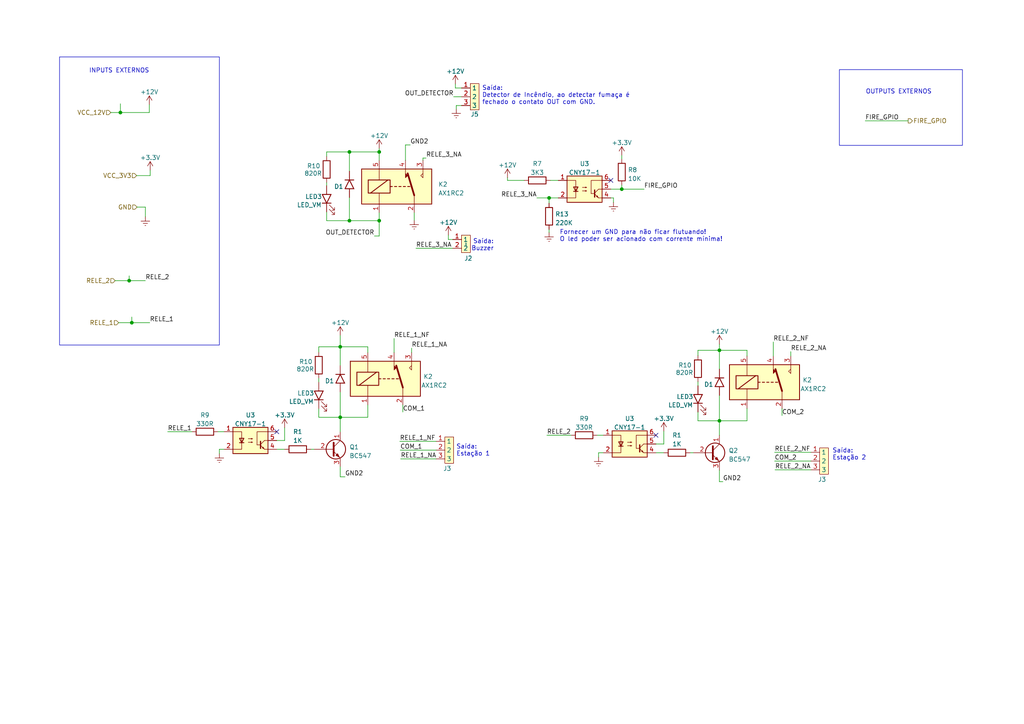
<source format=kicad_sch>
(kicad_sch (version 20230121) (generator eeschema)
  (paper "A4")
  (lib_symbols
    (symbol "Device:D" (pin_numbers hide) (pin_names (offset 1.016) hide)
      (property "Reference" "D1" (at 0.635 -2.794 90))
      (property "Value" "D" (at -1.905 -2.794 90))
      (symbol "D_0_1"
        (polyline (pts (xy -1.27 1.27) (xy -1.27 -1.27)) (stroke (width 0.254)))
        (polyline (pts (xy 1.27 1.27) (xy 1.27 -1.27) (xy -1.27 0) (xy 1.27 1.27)) (stroke (width 0.254)))
      )
      (symbol "D_1_1"
        (pin passive line (at -3.81 0 0) (length 2.54) (name "K") (number "1"))
        (pin passive line (at 3.81 0 180) (length 2.54) (name "A") (number "2"))
      )
    )
    (symbol "Device:LED" (pin_numbers hide) (pin_names (offset 1.016) hide)
      (property "Reference" "D3" (at -0.9525 -3.175 90))
      (property "Value" "LED" (at -3.4925 -3.175 90))
      (symbol "LED_0_1"
        (polyline (pts (xy -1.27 -1.27) (xy -1.27 1.27)) (stroke (width 0.254)))
        (polyline (pts (xy 1.27 -1.27) (xy 1.27 1.27) (xy -1.27 0) (xy 1.27 -1.27)) (stroke (width 0.254)))
        (polyline (pts (xy -3.048 -0.762) (xy -4.572 -2.286) (xy -3.81 -2.286) (xy -4.572 -2.286) (xy -4.572 -1.524)))
        (polyline (pts (xy -1.778 -0.762) (xy -3.302 -2.286) (xy -2.54 -2.286) (xy -3.302 -2.286) (xy -3.302 -1.524)))
      )
      (symbol "LED_1_1"
        (pin passive line (at -3.81 0 0) (length 2.54) (name "K") (number "1"))
        (pin passive line (at 3.81 0 180) (length 2.54) (name "A") (number "2"))
      )
    )
    (symbol "Device:R" (pin_numbers hide) (pin_names (offset 0))
      (property "Reference" "R" (at 2.032 0 90))
      (property "Value" "R" (at 0 0 90))
      (symbol "R_0_1"
        (rectangle (start -1.016 -2.54) (end 1.016 2.54) (stroke (width 0.254)))
      )
      (symbol "R_1_1"
        (pin passive line (at 0 3.81 270) (length 1.27) (name "~") (number "1"))
        (pin passive line (at 0 -3.81 90) (length 1.27) (name "~") (number "2"))
      )
    )
    (symbol "Isolator:CNY17-1" (pin_names (offset 1.016))
      (property "Reference" "U" (at -5.08 5.08 0))
      (property "Value" "CNY17-1" (at 0 5.08 0))
      (symbol "CNY17-1_0_1"
        (rectangle (start -5.08 3.81) (end 5.08 -3.81) (stroke (width 0.254)) (fill (type background)))
        (polyline (pts (xy -3.175 -0.635) (xy -1.905 -0.635)) (stroke (width 0.254)))
        (polyline (pts (xy 2.921 -1.397) (xy 4.064 -2.54)))
        (polyline (pts (xy 2.921 -1.27) (xy 1.905 -1.27)))
        (polyline (pts (xy 2.921 -1.143) (xy 4.064 0)))
        (polyline (pts (xy 4.064 -2.54) (xy 5.08 -2.54)))
        (polyline (pts (xy 5.08 0) (xy 4.064 0)))
        (polyline (pts (xy -5.08 2.54) (xy -2.54 2.54) (xy -2.54 -0.762)))
        (polyline (pts (xy -2.54 -0.635) (xy -2.54 -2.54) (xy -5.08 -2.54)))
        (polyline (pts (xy 1.905 -1.27) (xy 1.905 2.54) (xy 5.08 2.54)))
        (polyline (pts (xy 2.921 -0.254) (xy 2.921 -2.286) (xy 2.921 -2.286)) (stroke (width 0.3556)))
        (polyline (pts (xy -2.54 -0.635) (xy -3.175 0.635) (xy -1.905 0.635) (xy -2.54 -0.635)) (stroke (width 0.254)))
        (polyline (pts (xy 3.937 -2.413) (xy 3.683 -1.905) (xy 3.429 -2.159) (xy 3.937 -2.413)))
        (polyline (pts (xy -0.635 -0.508) (xy 0.635 -0.508) (xy 0.254 -0.635) (xy 0.254 -0.381) (xy 0.635 -0.508)))
        (polyline (pts (xy -0.635 0.508) (xy 0.635 0.508) (xy 0.254 0.381) (xy 0.254 0.635) (xy 0.635 0.508)))
      )
      (symbol "CNY17-1_1_1"
        (pin passive line (at -7.62 2.54 0) (length 2.54) (name "~") (number "1"))
        (pin passive line (at -7.62 -2.54 0) (length 2.54) (name "~") (number "2"))
        (pin no_connect line (at -5.08 0 0) (length 2.54) hide (name "NC") (number "3"))
        (pin passive line (at 7.62 -2.54 180) (length 2.54) (name "~") (number "4"))
        (pin passive line (at 7.62 0 180) (length 2.54) (name "~") (number "5"))
        (pin passive line (at 7.62 2.54 180) (length 2.54) (name "~") (number "6"))
      )
    )
    (symbol "KRE_2_vias_1"
      (property "Reference" "J" (at 0 -2.54 0))
      (symbol "KRE_2_vias_1_1_1"
        (rectangle (start -2.54 1.27) (end 2.54 -1.27) (fill (type background)))
        (pin input line (at -1.27 3.81 270) (length 2.54) (name "1") (number "1"))
        (pin input line (at 1.27 3.81 270) (length 2.54) (name "2") (number "2"))
      )
    )
    (symbol "My_Library_Conectors:KRE_3_vias"
      (property "Reference" "J" (at -5.08 0 0))
      (property "Value" "KRE_3_vias" (at 1.27 -2.54 0))
      (symbol "KRE_3_vias_1_1"
        (rectangle (start -2.54 1.27) (end 5.08 -1.27) (fill (type background)))
        (pin input line (at -1.27 3.81 270) (length 2.54) (name "1") (number "1"))
        (pin input line (at 1.27 3.81 270) (length 2.54) (name "2") (number "2"))
        (pin input line (at 3.81 3.81 270) (length 2.54) (name "3") (number "3"))
      )
    )
    (symbol "Relay:G5Q-1"
      (property "Reference" "K" (at 11.43 3.81 0))
      (property "Value" "G5Q-1" (at 11.43 1.27 0))
      (symbol "G5Q-1_0_0"
        (polyline (pts (xy 7.62 5.08) (xy 7.62 2.54) (xy 6.985 3.175) (xy 7.62 3.81)))
      )
      (symbol "G5Q-1_0_1"
        (rectangle (start -10.16 5.08) (end 10.16 -5.08) (stroke (width 0.254)) (fill (type background)))
        (rectangle (start -8.255 1.905) (end -1.905 -1.905) (stroke (width 0.254)))
        (polyline (pts (xy -7.62 -1.905) (xy -2.54 1.905)) (stroke (width 0.254)))
        (polyline (pts (xy -5.08 -5.08) (xy -5.08 -1.905)))
        (polyline (pts (xy -5.08 5.08) (xy -5.08 1.905)))
        (polyline (pts (xy -1.905 0) (xy -1.27 0)) (stroke (width 0.254)))
        (polyline (pts (xy -0.635 0) (xy 0 0)) (stroke (width 0.254)))
        (polyline (pts (xy 0.635 0) (xy 1.27 0)) (stroke (width 0.254)))
        (polyline (pts (xy 1.905 0) (xy 2.54 0)) (stroke (width 0.254)))
        (polyline (pts (xy 3.175 0) (xy 3.81 0)) (stroke (width 0.254)))
        (polyline (pts (xy 5.08 -2.54) (xy 3.175 3.81)) (stroke (width 0.508)))
        (polyline (pts (xy 5.08 -2.54) (xy 5.08 -5.08)))
        (polyline (pts (xy 2.54 5.08) (xy 2.54 2.54) (xy 3.175 3.175) (xy 2.54 3.81)) (fill (type outline)))
      )
      (symbol "G5Q-1_1_1"
        (pin passive line (at -5.08 -7.62 90) (length 2.54) (name "~") (number "1"))
        (pin passive line (at 5.08 -7.62 90) (length 2.54) (name "~") (number "2"))
        (pin passive line (at 7.62 7.62 270) (length 2.54) (name "~") (number "3"))
        (pin passive line (at 2.54 7.62 270) (length 2.54) (name "~") (number "4"))
        (pin passive line (at -5.08 7.62 270) (length 2.54) (name "~") (number "5"))
      )
    )
    (symbol "Transistor_BJT:BC547" (pin_names (offset 0) hide)
      (property "Reference" "Q" (at 5.08 1.905 0))
      (property "Value" "BC547" (at 5.08 0 0))
      (symbol "BC547_0_1"
        (polyline (pts (xy 0 0) (xy 0.635 0)))
        (polyline (pts (xy 0.635 0.635) (xy 2.54 2.54)))
        (polyline (pts (xy 0.635 -0.635) (xy 2.54 -2.54) (xy 2.54 -2.54)))
        (polyline (pts (xy 0.635 1.905) (xy 0.635 -1.905) (xy 0.635 -1.905)) (stroke (width 0.508)))
        (polyline (pts (xy 1.27 -1.778) (xy 1.778 -1.27) (xy 2.286 -2.286) (xy 1.27 -1.778) (xy 1.27 -1.778)) (fill (type outline)))
        (circle (center 1.27 0) (radius 2.8194) (stroke (width 0.254)))
      )
      (symbol "BC547_1_1"
        (pin passive line (at 2.54 5.08 270) (length 2.54) (name "C") (number "1"))
        (pin input line (at -5.08 0 0) (length 5.08) (name "B") (number "2"))
        (pin passive line (at 2.54 -5.08 90) (length 2.54) (name "E") (number "3"))
      )
    )
    (symbol "power:+12V" (power) (pin_names (offset 0))
      (property "Value" "+12V" (at 0 3.556 0))
      (symbol "+12V_0_1"
        (polyline (pts (xy -0.762 1.27) (xy 0 2.54)))
        (polyline (pts (xy 0 0) (xy 0 2.54)))
        (polyline (pts (xy 0 2.54) (xy 0.762 1.27)))
      )
      (symbol "+12V_1_1"
        (pin power_in line (at 0 0 90) (length 0) hide (name "+12V") (number "1"))
      )
    )
    (symbol "power:+3.3V" (power) (pin_names (offset 0))
      (property "Value" "+3.3V" (at 0 3.556 0))
      (symbol "+3.3V_0_1"
        (polyline (pts (xy -0.762 1.27) (xy 0 2.54)))
        (polyline (pts (xy 0 0) (xy 0 2.54)))
        (polyline (pts (xy 0 2.54) (xy 0.762 1.27)))
      )
      (symbol "+3.3V_1_1"
        (pin power_in line (at 0 0 90) (length 0) hide (name "+3.3V") (number "1"))
      )
    )
    (symbol "power:Earth" (power) (pin_names (offset 0))
      (symbol "Earth_0_1"
        (polyline (pts (xy -0.635 -1.905) (xy 0.635 -1.905)))
        (polyline (pts (xy -0.127 -2.54) (xy 0.127 -2.54)))
        (polyline (pts (xy 0 -1.27) (xy 0 0)))
        (polyline (pts (xy 1.27 -1.27) (xy -1.27 -1.27)))
      )
      (symbol "Earth_1_1"
        (pin power_in line (at 0 0 270) (length 0) hide (name "Earth") (number "1"))
      )
    )
  )
  (junction (at 208.661 122.047))
  (junction (at 159.258 57.404))
  (junction (at 180.34 54.864))
  (junction (at 98.679 100.584))
  (junction (at 109.982 64.008))
  (junction (at 34.925 32.639))
  (junction (at 109.982 44.069))
  (junction (at 37.465 81.407))
  (junction (at 101.346 64.008))
  (junction (at 101.346 44.069))
  (junction (at 208.661 101.6))
  (junction (at 98.679 121.031))
  (junction (at 38.227 93.599))
  (no_connect (at 190.246 126.238))
  (no_connect (at 177.165 52.324))
  (no_connect (at 80.264 125.222))
  (wire (pts (xy 92.456 100.584) (xy 92.456 102.108)))
  (wire (pts (xy 82.55 127.762) (xy 80.264 127.762)))
  (wire (pts (xy 116.205 133.096) (xy 126.492 133.096)))
  (wire (pts (xy 202.438 119.507) (xy 202.438 122.047)))
  (wire (pts (xy 208.661 99.822) (xy 208.661 101.6)))
  (wire (pts (xy 37.465 81.407) (xy 33.401 81.407)))
  (wire (pts (xy 109.982 61.722) (xy 109.982 64.008)))
  (wire (pts (xy 130.048 68.199) (xy 130.048 69.469)))
  (wire (pts (xy 158.623 126.238) (xy 165.608 126.238)))
  (wire (pts (xy 132.08 24.384) (xy 132.08 25.527)))
  (wire (pts (xy 98.679 113.665) (xy 98.679 121.031)))
  (wire (pts (xy 177.165 57.404) (xy 177.927 57.404)))
  (wire (pts (xy 34.925 30.099) (xy 34.925 32.639)))
  (wire (pts (xy 209.677 139.7) (xy 208.661 139.7)))
  (wire (pts (xy 224.282 99.187) (xy 224.282 103.251)))
  (wire (pts (xy 109.982 44.069) (xy 109.982 46.482)))
  (wire (pts (xy 202.438 122.047) (xy 208.661 122.047)))
  (wire (pts (xy 122.682 45.847) (xy 122.682 46.482)))
  (wire (pts (xy 131.572 28.067) (xy 133.858 28.067)))
  (wire (pts (xy 155.702 57.404) (xy 159.258 57.404)))
  (wire (pts (xy 132.334 30.607) (xy 133.858 30.607)))
  (wire (pts (xy 202.438 101.6) (xy 208.661 101.6)))
  (wire (pts (xy 159.258 57.404) (xy 159.258 58.928)))
  (wire (pts (xy 90.17 130.302) (xy 91.059 130.302)))
  (wire (pts (xy 92.456 109.728) (xy 92.456 110.871)))
  (wire (pts (xy 192.532 128.778) (xy 190.246 128.778)))
  (wire (pts (xy 208.661 101.6) (xy 216.662 101.6)))
  (wire (pts (xy 98.679 121.031) (xy 98.679 125.222)))
  (wire (pts (xy 117.602 42.037) (xy 117.602 46.482)))
  (wire (pts (xy 94.742 44.069) (xy 101.346 44.069)))
  (wire (pts (xy 43.307 30.353) (xy 43.307 32.639)))
  (wire (pts (xy 147.193 51.562) (xy 147.193 52.324)))
  (wire (pts (xy 208.661 114.681) (xy 208.661 122.047)))
  (wire (pts (xy 202.438 110.744) (xy 202.438 111.887)))
  (wire (pts (xy 94.742 52.959) (xy 94.742 53.848)))
  (wire (pts (xy 208.661 101.6) (xy 208.661 107.061)))
  (wire (pts (xy 98.679 121.031) (xy 106.68 121.031)))
  (wire (pts (xy 216.662 103.251) (xy 216.662 101.6)))
  (wire (pts (xy 216.662 122.047) (xy 216.662 118.491)))
  (wire (pts (xy 132.334 31.623) (xy 132.334 30.607)))
  (wire (pts (xy 192.532 125.095) (xy 192.532 128.778)))
  (wire (pts (xy 34.925 32.639) (xy 43.307 32.639)))
  (wire (pts (xy 119.38 100.965) (xy 119.38 102.235)))
  (wire (pts (xy 63.627 130.302) (xy 65.024 130.302)))
  (wire (pts (xy 208.661 122.047) (xy 216.662 122.047)))
  (wire (pts (xy 250.952 35.052) (xy 263.398 35.052)))
  (wire (pts (xy 98.679 97.282) (xy 98.679 100.584)))
  (wire (pts (xy 224.79 136.271) (xy 235.204 136.271)))
  (wire (pts (xy 80.264 130.302) (xy 82.55 130.302)))
  (wire (pts (xy 180.34 54.864) (xy 177.165 54.864)))
  (wire (pts (xy 92.456 118.491) (xy 92.456 121.031)))
  (wire (pts (xy 101.346 49.657) (xy 101.346 44.069)))
  (wire (pts (xy 173.609 132.588) (xy 173.609 131.318)))
  (wire (pts (xy 101.346 44.069) (xy 109.982 44.069)))
  (wire (pts (xy 38.227 93.599) (xy 34.417 93.599)))
  (wire (pts (xy 63.246 125.222) (xy 65.024 125.222)))
  (wire (pts (xy 208.661 122.047) (xy 208.661 126.238)))
  (wire (pts (xy 109.982 43.053) (xy 109.982 44.069)))
  (wire (pts (xy 39.751 60.071) (xy 42.164 60.071)))
  (wire (pts (xy 92.456 100.584) (xy 98.679 100.584)))
  (wire (pts (xy 38.227 91.948) (xy 38.227 93.599)))
  (wire (pts (xy 202.438 101.6) (xy 202.438 103.124)))
  (wire (pts (xy 109.982 64.008) (xy 109.982 68.453)))
  (wire (pts (xy 177.927 57.404) (xy 177.927 58.674)))
  (wire (pts (xy 106.68 121.031) (xy 106.68 117.475)))
  (wire (pts (xy 147.193 52.324) (xy 152.019 52.324)))
  (wire (pts (xy 120.142 61.722) (xy 120.142 63.881)))
  (wire (pts (xy 42.164 60.071) (xy 42.164 62.865)))
  (wire (pts (xy 43.434 93.599) (xy 38.227 93.599)))
  (wire (pts (xy 98.679 100.584) (xy 98.679 106.045)))
  (wire (pts (xy 116.078 130.556) (xy 126.492 130.556)))
  (wire (pts (xy 118.999 42.037) (xy 117.602 42.037)))
  (wire (pts (xy 63.627 131.572) (xy 63.627 130.302)))
  (wire (pts (xy 224.663 131.191) (xy 235.204 131.191)))
  (wire (pts (xy 180.34 53.721) (xy 180.34 54.864)))
  (wire (pts (xy 39.624 50.927) (xy 43.561 50.927)))
  (wire (pts (xy 108.585 68.453) (xy 109.982 68.453)))
  (wire (pts (xy 173.228 126.238) (xy 175.006 126.238)))
  (wire (pts (xy 132.08 25.527) (xy 133.858 25.527)))
  (wire (pts (xy 32.131 32.639) (xy 34.925 32.639)))
  (wire (pts (xy 94.742 64.008) (xy 101.346 64.008)))
  (wire (pts (xy 159.258 66.548) (xy 159.258 67.437)))
  (wire (pts (xy 224.663 133.731) (xy 235.204 133.731)))
  (wire (pts (xy 200.152 131.318) (xy 201.041 131.318)))
  (wire (pts (xy 120.65 72.009) (xy 131.318 72.009)))
  (wire (pts (xy 92.456 121.031) (xy 98.679 121.031)))
  (wire (pts (xy 101.346 57.277) (xy 101.346 64.008)))
  (wire (pts (xy 101.346 64.008) (xy 109.982 64.008)))
  (wire (pts (xy 114.3 98.171) (xy 114.3 102.235)))
  (wire (pts (xy 130.048 69.469) (xy 131.318 69.469)))
  (wire (pts (xy 37.465 80.01) (xy 37.465 81.407)))
  (wire (pts (xy 180.34 45.085) (xy 180.34 46.101)))
  (wire (pts (xy 100.076 138.303) (xy 98.679 138.303)))
  (wire (pts (xy 208.661 136.398) (xy 208.661 139.7)))
  (wire (pts (xy 43.561 50.927) (xy 43.561 49.403)))
  (wire (pts (xy 116.84 117.475) (xy 116.84 119.507)))
  (wire (pts (xy 42.164 81.407) (xy 37.465 81.407)))
  (wire (pts (xy 159.639 52.324) (xy 161.925 52.324)))
  (wire (pts (xy 94.742 45.339) (xy 94.742 44.069)))
  (wire (pts (xy 98.679 135.382) (xy 98.679 138.303)))
  (wire (pts (xy 161.925 57.404) (xy 159.258 57.404)))
  (wire (pts (xy 115.951 128.016) (xy 126.492 128.016)))
  (wire (pts (xy 98.679 100.584) (xy 106.68 100.584)))
  (wire (pts (xy 226.822 118.491) (xy 226.822 120.523)))
  (wire (pts (xy 82.55 124.079) (xy 82.55 127.762)))
  (wire (pts (xy 229.362 101.981) (xy 229.362 103.251)))
  (wire (pts (xy 48.641 125.222) (xy 55.626 125.222)))
  (wire (pts (xy 94.742 61.468) (xy 94.742 64.008)))
  (wire (pts (xy 190.246 131.318) (xy 192.532 131.318)))
  (wire (pts (xy 123.571 45.847) (xy 122.682 45.847)))
  (wire (pts (xy 173.609 131.318) (xy 175.006 131.318)))
  (wire (pts (xy 106.68 102.235) (xy 106.68 100.584)))
  (wire (pts (xy 180.34 54.864) (xy 186.817 54.864)))
  (rectangle (start 243.459 20.193) (end 279.146 42.164))
  (rectangle (start 36.703 21.082) (end 36.703 21.082))
  (rectangle (start 17.272 16.51) (end 63.627 100.076))
  (text "INPUTS EXTERNOS\n" (at 43.307 21.336 0) (effects (font (size 1.27 1.27)) (justify right bottom)))
  (text "OUTPUTS EXTERNOS\n" (at 270.256 27.432 0) (effects (font (size 1.27 1.27)) (justify right bottom)))
  (text "Saída: \nDetector de Incêndio, ao detectar fumaça é\nfechado o contato OUT com GND." (at 139.827 30.48 0) (effects (font (size 1.27 1.27)) (justify left bottom)))
  (text "Saída:\nEstação 2" (at 241.427 133.604 0) (effects (font (size 1.27 1.27)) (justify left bottom)))
  (text "Saída:\nBuzzer\n" (at 143.256 72.898 0) (effects (font (size 1.27 1.27)) (justify right bottom)))
  (text "Saída:\nEstação 1" (at 132.334 132.461 0) (effects (font (size 1.27 1.27)) (justify left bottom)))
  (text "Fornecer um GND para não ficar flutuando!\nO led poder ser acionado com corrente mínima!" (at 162.306 70.231 0) (effects (font (size 1.27 1.27)) (justify left bottom)))
  (label "RELE_2" (at 158.623 126.238 0))
  (label "RELE_3_NA" (at 120.65 72.009 0))
  (label "COM_2" (at 226.822 120.523 0))
  (label "RELE_3_NA" (at 155.702 57.404 180))
  (label "GND2" (at 100.076 138.303 0))
  (label "RELE_3_NA" (at 123.571 45.847 0))
  (label "RELE_2_NF" (at 224.663 131.191 0))
  (label "OUT_DETECTOR" (at 131.572 28.067 180))
  (label "FIRE_GPIO" (at 186.817 54.864 0))
  (label "RELE_2_NF" (at 224.282 99.187 0))
  (label "COM_1" (at 116.078 130.556 0))
  (label "GND2" (at 209.677 139.7 0))
  (label "RELE_1_NF" (at 115.951 128.016 0))
  (label "RELE_1_NA" (at 116.205 133.096 0))
  (label "RELE_2" (at 42.164 81.407 0))
  (label "RELE_1_NA" (at 119.38 100.965 0))
  (label "RELE_2_NA" (at 229.362 101.981 0))
  (label "RELE_1_NF" (at 114.3 98.171 0))
  (label "COM_1" (at 116.84 119.507 0))
  (label "GND2" (at 118.999 42.037 0))
  (label "RELE_1" (at 43.434 93.599 0))
  (label "FIRE_GPIO" (at 250.952 35.052 0))
  (label "COM_2" (at 224.663 133.731 0))
  (label "OUT_DETECTOR" (at 108.585 68.453 180))
  (label "RELE_1" (at 48.641 125.222 0))
  (label "RELE_2_NA" (at 224.79 136.271 0))
  (hierarchical_label "RELE_1" (shape input) (at 34.417 93.599 180))
  (hierarchical_label "GND" (shape input) (at 39.751 60.071 180))
  (hierarchical_label "RELE_2" (shape input) (at 33.401 81.407 180))
  (hierarchical_label "FIRE_GPIO" (shape output) (at 263.398 35.052 0))
  (hierarchical_label "VCC_3V3" (shape input) (at 39.624 50.927 180))
  (hierarchical_label "VCC_12V" (shape input) (at 32.131 32.639 180))
  (symbol (lib_id "Device:D") (at 208.661 110.871 270) (unit 1)
    (property "Reference" "D1" (at 204.216 111.506 90) (effects (justify left)))
    (property "Value" "1N4007" (effects hide))
    (property "Footprint" "Diode_THT:D_DO-41_SOD81_P10.16mm_Horizontal" (effects hide))
    (property "Sim.Device" "D" (effects hide))
    (property "Sim.Pins" "1=K 2=A" (effects hide))
    (instances (project "COM_AGUA_v1" (path "" (reference "D1") (unit 1))) (project "PCB_Incendio" (path "" (reference "D1") (unit 1))) (project "Belliz_IOT" (path "" (reference "D6") (unit 1))))
  )
  (symbol (lib_id "power:Earth") (at 42.164 62.865 0) (unit 1)
    (property "Reference" "#PWR01" (effects hide))
    (property "Value" "Earth" (effects hide))
    (instances (project "Belliz_IOT" (path "" (reference "#PWR01") (unit 1)) (path "" (reference "#PWR029") (unit 1))))
  )
  (symbol (lib_id "power:+12V") (at 147.193 51.562 0) (unit 1)
    (property "Reference" "#PWR035" (effects hide))
    (property "Value" "+12V" (at 147.193 47.879 0))
  )
  (symbol (lib_name "KRE_2_vias_1") (lib_id "My_Library_Conectors:KRE_2_vias") (at 135.128 70.739 90) (mirror x) (unit 1)
    (property "Reference" "J2" (at 137.033 74.93 90) (effects (justify left)))
    (property "Value" "~" (at 135.128 70.739 0))
    (property "Footprint" "My_library_footprint:KRE_2Vias" (effects hide))
    (instances (project "PCB_Incendio" (path "" (reference "J2") (unit 1))) (project "Belliz_IOT" (path "" (reference "J8") (unit 1))))
  )
  (symbol (lib_id "Device:D") (at 101.346 53.467 270) (unit 1)
    (property "Reference" "D1" (at 96.901 54.102 90) (effects (justify left)))
    (property "Value" "1N4007" (effects hide))
    (property "Footprint" "Diode_THT:D_DO-41_SOD81_P10.16mm_Horizontal" (effects hide))
    (property "Sim.Device" "D" (effects hide))
    (property "Sim.Pins" "1=K 2=A" (effects hide))
    (instances (project "COM_AGUA_v1" (path "" (reference "D1") (unit 1))) (project "PCB_Incendio" (path "" (reference "D1") (unit 1))) (project "Belliz_IOT" (path "" (reference "D7") (unit 1))))
  )
  (symbol (lib_id "Device:R") (at 180.34 49.911 180) (unit 1)
    (property "Reference" "R8" (at 182.118 49.276 0) (effects (justify right)))
    (property "Value" "10K" (at 182.118 51.816 0) (effects (justify right)))
    (property "Footprint" "Resistor_THT:R_Axial_DIN0204_L3.6mm_D1.6mm_P7.62mm_Horizontal" (effects hide))
    (instances (project "PCB_Incendio" (path "" (reference "R8") (unit 1))) (project "Belliz_IOT" (path "" (reference "R18") (unit 1))))
  )
  (symbol (lib_id "Device:R") (at 169.418 126.238 90) (unit 1)
    (property "Reference" "R9" (at 169.418 121.412 90))
    (property "Value" "330R" (at 169.418 123.952 90))
    (property "Footprint" "Resistor_THT:R_Axial_DIN0204_L3.6mm_D1.6mm_P7.62mm_Horizontal" (effects hide))
    (instances (project "PCB_Incendio" (path "" (reference "R9") (unit 1))) (project "Belliz_IOT" (path "" (reference "R24") (unit 1))))
  )
  (symbol (lib_id "power:Earth") (at 177.927 58.674 0) (unit 1)
    (property "Reference" "#PWR09" (effects hide))
    (property "Value" "Earth" (effects hide))
    (instances (project "PCB_Incendio" (path "" (reference "#PWR09") (unit 1))) (project "Belliz_IOT" (path "" (reference "#PWR040") (unit 1))))
  )
  (symbol (lib_id "power:+12V") (at 132.08 24.384 0) (unit 1)
    (property "Reference" "#PWR011" (effects hide))
    (property "Value" "+12V" (at 132.08 20.701 0))
  )
  (symbol (lib_id "Device:R") (at 92.456 105.918 0) (unit 1)
    (property "Reference" "R10" (at 86.741 104.902 0) (effects (justify left)))
    (property "Value" "820R" (at 85.979 107.061 0) (effects (justify left)))
    (property "Footprint" "Resistor_THT:R_Axial_DIN0204_L3.6mm_D1.6mm_P7.62mm_Horizontal" (effects hide))
    (instances (project "COM_AGUA_v1" (path "" (reference "R10") (unit 1))) (project "PCB_Incendio" (path "" (reference "R2") (unit 1))) (project "Belliz_IOT" (path "" (reference "R23") (unit 1))))
  )
  (symbol (lib_id "power:+12V") (at 208.661 99.822 0) (unit 1)
    (property "Reference" "#PWR039" (effects hide))
    (property "Value" "+12V" (at 208.661 96.139 0))
  )
  (symbol (lib_id "Device:R") (at 59.436 125.222 90) (unit 1)
    (property "Reference" "R9" (at 59.436 120.396 90))
    (property "Value" "330R" (at 59.436 122.936 90))
    (property "Footprint" "Resistor_THT:R_Axial_DIN0204_L3.6mm_D1.6mm_P7.62mm_Horizontal" (effects hide))
    (instances (project "PCB_Incendio" (path "" (reference "R9") (unit 1))) (project "Belliz_IOT" (path "" (reference "R21") (unit 1))))
  )
  (symbol (lib_id "power:+12V") (at 98.679 97.282 0) (unit 1)
    (property "Reference" "#PWR036" (effects hide))
    (property "Value" "+12V" (at 98.679 93.599 0))
  )
  (symbol (lib_id "Device:R") (at 202.438 106.934 0) (unit 1)
    (property "Reference" "R10" (at 196.723 105.918 0) (effects (justify left)))
    (property "Value" "820R" (at 195.961 108.077 0) (effects (justify left)))
    (property "Footprint" "Resistor_THT:R_Axial_DIN0204_L3.6mm_D1.6mm_P7.62mm_Horizontal" (effects hide))
    (instances (project "COM_AGUA_v1" (path "" (reference "R10") (unit 1))) (project "PCB_Incendio" (path "" (reference "R2") (unit 1))) (project "Belliz_IOT" (path "" (reference "R26") (unit 1))))
  )
  (symbol (lib_id "Relay:G5Q-1") (at 111.76 109.855 0) (unit 1)
    (property "Reference" "K2" (at 122.809 109.22 0) (effects (justify left)))
    (property "Value" "AX1RC2" (at 122.174 111.76 0) (effects (justify left)))
    (property "Footprint" "My_library_footprint:AX1RC" (effects hide))
    (property "Datasheet" "https://www.omron.com/ecb/products/pdf/en-g5q.pdf" (effects hide))
    (instances (project "COM_AGUA_v1" (path "" (reference "K2") (unit 1))) (project "PCB_Incendio" (path "" (reference "K2") (unit 1))) (project "Belliz_IOT" (path "" (reference "K4") (unit 1))))
  )
  (symbol (lib_id "power:+3.3V") (at 43.561 49.403 0) (unit 1)
    (property "Reference" "#PWR016" (effects hide))
    (property "Value" "+3.3V" (at 43.561 45.72 0))
    (instances (project "Belliz_IOT" (path "" (reference "#PWR016") (unit 1)) (path "" (reference "#PWR031") (unit 1))))
  )
  (symbol (lib_id "Isolator:CNY17-1") (at 72.644 127.762 0) (unit 1)
    (property "Reference" "U3" (at 72.644 120.396 0))
    (property "Value" "CNY17-1" (at 72.644 122.936 0))
    (property "Footprint" "Package_DIP:DIP-6_W7.62mm_Socket" (effects hide))
    (property "Datasheet" "http://www.vishay.com/docs/83606/cny17.pdf" (effects hide))
    (instances (project "PCB_Incendio" (path "" (reference "U3") (unit 1))) (project "Belliz_IOT" (path "" (reference "U6") (unit 1))))
  )
  (symbol (lib_id "power:+12V") (at 43.307 30.353 0) (unit 1)
    (property "Reference" "#PWR033" (effects hide))
    (property "Value" "+12V" (at 43.307 26.67 0))
  )
  (symbol (lib_id "power:+3.3V") (at 192.532 125.095 0) (unit 1)
    (property "Reference" "#PWR016" (effects hide))
    (property "Value" "+3.3V" (at 192.532 121.412 0))
    (instances (project "Belliz_IOT" (path "" (reference "#PWR016") (unit 1)) (path "" (reference "#PWR038") (unit 1))))
  )
  (symbol (lib_id "Device:R") (at 86.36 130.302 90) (unit 1)
    (property "Reference" "R1" (at 86.36 125.222 90))
    (property "Value" "1K" (at 86.36 127.762 90))
    (property "Footprint" "Resistor_THT:R_Axial_DIN0204_L3.6mm_D1.6mm_P7.62mm_Horizontal" (effects hide))
    (instances (project "PCB_Incendio" (path "" (reference "R1") (unit 1))) (project "Belliz_IOT" (path "" (reference "R22") (unit 1))))
  )
  (symbol (lib_id "Isolator:CNY17-1") (at 182.626 128.778 0) (unit 1)
    (property "Reference" "U3" (at 182.626 121.412 0))
    (property "Value" "CNY17-1" (at 182.626 123.952 0))
    (property "Footprint" "Package_DIP:DIP-6_W7.62mm_Socket" (effects hide))
    (property "Datasheet" "http://www.vishay.com/docs/83606/cny17.pdf" (effects hide))
    (instances (project "PCB_Incendio" (path "" (reference "U3") (unit 1))) (project "Belliz_IOT" (path "" (reference "U7") (unit 1))))
  )
  (symbol (lib_id "My_Library_Conectors:KRE_3_vias") (at 130.302 129.286 90) (mirror x) (unit 1)
    (property "Reference" "J3" (at 128.524 135.89 90) (effects (justify right)))
    (property "Value" "KRE_3_vias" (effects hide))
    (property "Footprint" "My_library_footprint:KRE_3Vias" (effects hide))
    (instances (project "PCB_Incendio" (path "" (reference "J3") (unit 1))) (project "Belliz_IOT" (path "" (reference "J9") (unit 1))))
  )
  (symbol (lib_id "Transistor_BJT:BC547") (at 206.121 131.318 0) (unit 1)
    (property "Reference" "Q2" (at 211.328 130.683 0) (effects (justify left)))
    (property "Value" "BC547" (at 211.328 133.223 0) (effects (justify left)))
    (property "Footprint" "Connector_PinHeader_2.54mm:PinHeader_1x03_P2.54mm_Vertical" (effects hide))
    (property "Datasheet" "https://www.onsemi.com/pub/Collateral/BC550-D.pdf" (effects hide))
  )
  (symbol (lib_id "Isolator:CNY17-1") (at 169.545 54.864 0) (unit 1)
    (property "Reference" "U3" (at 169.545 47.498 0))
    (property "Value" "CNY17-1" (at 169.545 50.038 0))
    (property "Footprint" "Package_DIP:DIP-6_W7.62mm_Socket" (effects hide))
    (property "Datasheet" "http://www.vishay.com/docs/83606/cny17.pdf" (effects hide))
    (instances (project "PCB_Incendio" (path "" (reference "U3") (unit 1))) (project "Belliz_IOT" (path "" (reference "U4") (unit 1))))
  )
  (symbol (lib_id "power:+12V") (at 109.982 43.053 0) (unit 1)
    (property "Reference" "#PWR022" (effects hide))
    (property "Value" "+12V" (at 109.982 39.37 0))
  )
  (symbol (lib_id "My_Library_Conectors:KRE_3_vias") (at 137.668 26.797 90) (mirror x) (unit 1)
    (property "Reference" "J5" (at 137.668 33.147 90))
    (property "Value" "KRE_3_vias" (effects hide))
    (property "Footprint" "My_library_footprint:KRE_3Vias" (effects hide))
    (instances (project "PCB_Incendio" (path "" (reference "J5") (unit 1))) (project "Belliz_IOT" (path "" (reference "J7") (unit 1))))
  )
  (symbol (lib_id "Device:R") (at 155.829 52.324 90) (unit 1)
    (property "Reference" "R7" (at 155.829 47.498 90))
    (property "Value" "3K3" (at 155.829 50.038 90))
    (property "Footprint" "Resistor_THT:R_Axial_DIN0204_L3.6mm_D1.6mm_P7.62mm_Horizontal" (effects hide))
    (instances (project "PCB_Incendio" (path "" (reference "R7") (unit 1))) (project "Belliz_IOT" (path "" (reference "R16") (unit 1))))
  )
  (symbol (lib_id "power:Earth") (at 63.627 131.572 0) (unit 1)
    (property "Reference" "#PWR01" (effects hide))
    (property "Value" "Earth" (effects hide))
    (instances (project "Belliz_IOT" (path "" (reference "#PWR01") (unit 1)) (path "" (reference "#PWR032") (unit 1))))
  )
  (symbol (lib_id "Device:LED") (at 92.456 114.681 90) (unit 1)
    (property "Reference" "LED3" (at 86.233 114.046 90) (effects (justify right)))
    (property "Value" "LED_VM" (at 83.82 116.459 90) (effects (justify right)))
    (property "Footprint" "LED_THT:LED_D3.0mm" (effects hide))
    (instances (project "COM_AGUA_v1" (path "" (reference "LED3") (unit 1))) (project "PCB_Incendio" (path "" (reference "LED1") (unit 1))) (project "Belliz_IOT" (path "" (reference "LED3") (unit 1))))
  )
  (symbol (lib_id "power:+12V") (at 130.048 68.199 0) (unit 1)
    (property "Reference" "#PWR027" (effects hide))
    (property "Value" "+12V" (at 130.048 64.516 0))
  )
  (symbol (lib_id "My_Library_Conectors:KRE_3_vias") (at 239.014 132.461 90) (mirror x) (unit 1)
    (property "Reference" "J3" (at 237.236 139.065 90) (effects (justify right)))
    (property "Value" "KRE_3_vias" (effects hide))
    (property "Footprint" "My_library_footprint:KRE_3Vias" (effects hide))
    (instances (project "PCB_Incendio" (path "" (reference "J3") (unit 1))) (project "Belliz_IOT" (path "" (reference "J10") (unit 1))))
  )
  (symbol (lib_id "Device:R") (at 94.742 49.149 0) (unit 1)
    (property "Reference" "R10" (at 89.027 48.133 0) (effects (justify left)))
    (property "Value" "820R" (at 88.265 50.292 0) (effects (justify left)))
    (property "Footprint" "Resistor_THT:R_Axial_DIN0204_L3.6mm_D1.6mm_P7.62mm_Horizontal" (effects hide))
    (instances (project "COM_AGUA_v1" (path "" (reference "R10") (unit 1))) (project "PCB_Incendio" (path "" (reference "R2") (unit 1))) (project "Belliz_IOT" (path "" (reference "R1") (unit 1))))
  )
  (symbol (lib_id "Relay:G5Q-1") (at 115.062 54.102 0) (unit 1)
    (property "Reference" "K2" (at 127.127 53.467 0) (effects (justify left)))
    (property "Value" "AX1RC2" (at 127.127 56.007 0) (effects (justify left)))
    (property "Footprint" "My_library_footprint:AX1RC" (effects hide))
    (property "Datasheet" "https://www.omron.com/ecb/products/pdf/en-g5q.pdf" (effects hide))
    (instances (project "COM_AGUA_v1" (path "" (reference "K2") (unit 1))) (project "PCB_Incendio" (path "" (reference "K1") (unit 1))) (project "Belliz_IOT" (path "" (reference "K6") (unit 1))))
  )
  (symbol (lib_id "Device:D") (at 98.679 109.855 270) (unit 1)
    (property "Reference" "D1" (at 94.234 110.49 90) (effects (justify left)))
    (property "Value" "1N4007" (effects hide))
    (property "Footprint" "Diode_THT:D_DO-41_SOD81_P10.16mm_Horizontal" (effects hide))
    (property "Sim.Device" "D" (effects hide))
    (property "Sim.Pins" "1=K 2=A" (effects hide))
    (instances (project "COM_AGUA_v1" (path "" (reference "D1") (unit 1))) (project "PCB_Incendio" (path "" (reference "D1") (unit 1))) (project "Belliz_IOT" (path "" (reference "D5") (unit 1))))
  )
  (symbol (lib_id "Device:R") (at 159.258 62.738 0) (unit 1)
    (property "Reference" "R13" (at 161.036 62.103 0) (effects (justify left)))
    (property "Value" "220K" (at 161.036 64.643 0) (effects (justify left)))
    (property "Footprint" "Resistor_THT:R_Axial_DIN0204_L3.6mm_D1.6mm_P7.62mm_Horizontal" (effects hide))
    (instances (project "PCB_Incendio" (path "" (reference "R13") (unit 1))) (project "Belliz_IOT" (path "" (reference "R17") (unit 1))))
  )
  (symbol (lib_id "power:Earth") (at 132.334 31.623 0) (unit 1)
    (property "Reference" "#PWR01" (effects hide))
    (property "Value" "Earth" (effects hide))
    (instances (project "Belliz_IOT" (path "" (reference "#PWR01") (unit 1)) (path "" (reference "#PWR017") (unit 1))))
  )
  (symbol (lib_id "power:+3.3V") (at 82.55 124.079 0) (unit 1)
    (property "Reference" "#PWR016" (effects hide))
    (property "Value" "+3.3V" (at 82.55 120.396 0))
    (instances (project "Belliz_IOT" (path "" (reference "#PWR016") (unit 1)) (path "" (reference "#PWR034") (unit 1))))
  )
  (symbol (lib_id "Device:R") (at 196.342 131.318 90) (unit 1)
    (property "Reference" "R1" (at 196.342 126.238 90))
    (property "Value" "1K" (at 196.342 128.778 90))
    (property "Footprint" "Resistor_THT:R_Axial_DIN0204_L3.6mm_D1.6mm_P7.62mm_Horizontal" (effects hide))
    (instances (project "PCB_Incendio" (path "" (reference "R1") (unit 1))) (project "Belliz_IOT" (path "" (reference "R25") (unit 1))))
  )
  (symbol (lib_id "power:+3.3V") (at 180.34 45.085 0) (unit 1)
    (property "Reference" "#PWR016" (effects hide))
    (property "Value" "+3.3V" (at 180.34 41.402 0))
    (instances (project "Belliz_IOT" (path "" (reference "#PWR016") (unit 1)) (path "" (reference "#PWR041") (unit 1))))
  )
  (symbol (lib_id "Transistor_BJT:BC547") (at 96.139 130.302 0) (unit 1)
    (property "Reference" "Q1" (at 101.346 129.667 0) (effects (justify left)))
    (property "Value" "BC547" (at 101.346 132.207 0) (effects (justify left)))
    (property "Footprint" "Connector_PinHeader_2.54mm:PinHeader_1x03_P2.54mm_Vertical" (effects hide))
    (property "Datasheet" "https://www.onsemi.com/pub/Collateral/BC550-D.pdf" (effects hide))
  )
  (symbol (lib_id "power:Earth") (at 173.609 132.588 0) (unit 1)
    (property "Reference" "#PWR01" (effects hide))
    (property "Value" "Earth" (effects hide))
    (instances (project "Belliz_IOT" (path "" (reference "#PWR01") (unit 1)) (path "" (reference "#PWR037") (unit 1))))
  )
  (symbol (lib_id "Device:LED") (at 202.438 115.697 90) (unit 1)
    (property "Reference" "LED3" (at 196.215 115.062 90) (effects (justify right)))
    (property "Value" "LED_VM" (at 193.802 117.475 90) (effects (justify right)))
    (property "Footprint" "LED_THT:LED_D3.0mm" (effects hide))
    (instances (project "COM_AGUA_v1" (path "" (reference "LED3") (unit 1))) (project "PCB_Incendio" (path "" (reference "LED1") (unit 1))) (project "Belliz_IOT" (path "" (reference "LED4") (unit 1))))
  )
  (symbol (lib_id "Device:LED") (at 94.742 57.658 90) (unit 1)
    (property "Reference" "LED3" (at 88.519 57.023 90) (effects (justify right)))
    (property "Value" "LED_VM" (at 86.106 59.436 90) (effects (justify right)))
    (property "Footprint" "LED_THT:LED_D3.0mm" (effects hide))
    (instances (project "COM_AGUA_v1" (path "" (reference "LED3") (unit 1))) (project "PCB_Incendio" (path "" (reference "LED1") (unit 1))) (project "Belliz_IOT" (path "" (reference "LED5") (unit 1))))
  )
  (symbol (lib_id "power:Earth") (at 159.258 67.437 0) (unit 1)
    (property "Reference" "#PWR09" (effects hide))
    (property "Value" "Earth" (effects hide))
    (instances (project "PCB_Incendio" (path "" (reference "#PWR09") (unit 1))) (project "Belliz_IOT" (path "" (reference "#PWR028") (unit 1))))
  )
  (symbol (lib_id "power:Earth") (at 120.142 63.881 0) (unit 1)
    (property "Reference" "#PWR01" (effects hide))
    (property "Value" "Earth" (effects hide))
    (instances (project "Belliz_IOT" (path "" (reference "#PWR01") (unit 1)) (path "" (reference "#PWR010") (unit 1))))
  )
  (symbol (lib_id "Relay:G5Q-1") (at 221.742 110.871 0) (unit 1)
    (property "Reference" "K2" (at 232.791 110.236 0) (effects (justify left)))
    (property "Value" "AX1RC2" (at 232.156 112.776 0) (effects (justify left)))
    (property "Footprint" "My_library_footprint:AX1RC" (effects hide))
    (property "Datasheet" "https://www.omron.com/ecb/products/pdf/en-g5q.pdf" (effects hide))
    (instances (project "COM_AGUA_v1" (path "" (reference "K2") (unit 1))) (project "PCB_Incendio" (path "" (reference "K2") (unit 1))) (project "Belliz_IOT" (path "" (reference "K5") (unit 1))))
  )
)
</source>
